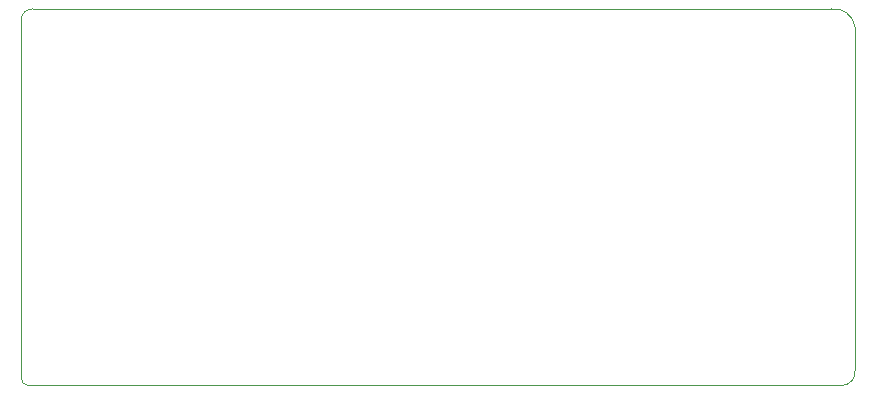
<source format=gbr>
%TF.GenerationSoftware,Altium Limited,Altium Designer,24.10.1 (45)*%
G04 Layer_Color=0*
%FSLAX45Y45*%
%MOMM*%
%TF.SameCoordinates,F50C4461-6059-43A5-BEE7-B7ABC5EDFC2B*%
%TF.FilePolarity,Positive*%
%TF.FileFunction,Profile,NP*%
%TF.Part,Single*%
G01*
G75*
%TA.AperFunction,Profile*%
%ADD86C,0.02540*%
D86*
X63500Y-0D02*
G02*
X-0Y63500I-63J63437D01*
G01*
Y3098800D01*
D02*
G02*
X101600Y3187700I95250J-6350D01*
G01*
X103236Y3187700D01*
X6858000D01*
D02*
G02*
X7061200Y3035300I25400J-177800D01*
G01*
X7061200Y127000D01*
D02*
G02*
X6959600Y0I-114299J-12701D01*
G01*
X63500Y-0D01*
%TF.MD5,d27575ff3c54b9dcff76f00563fef21a*%
M02*

</source>
